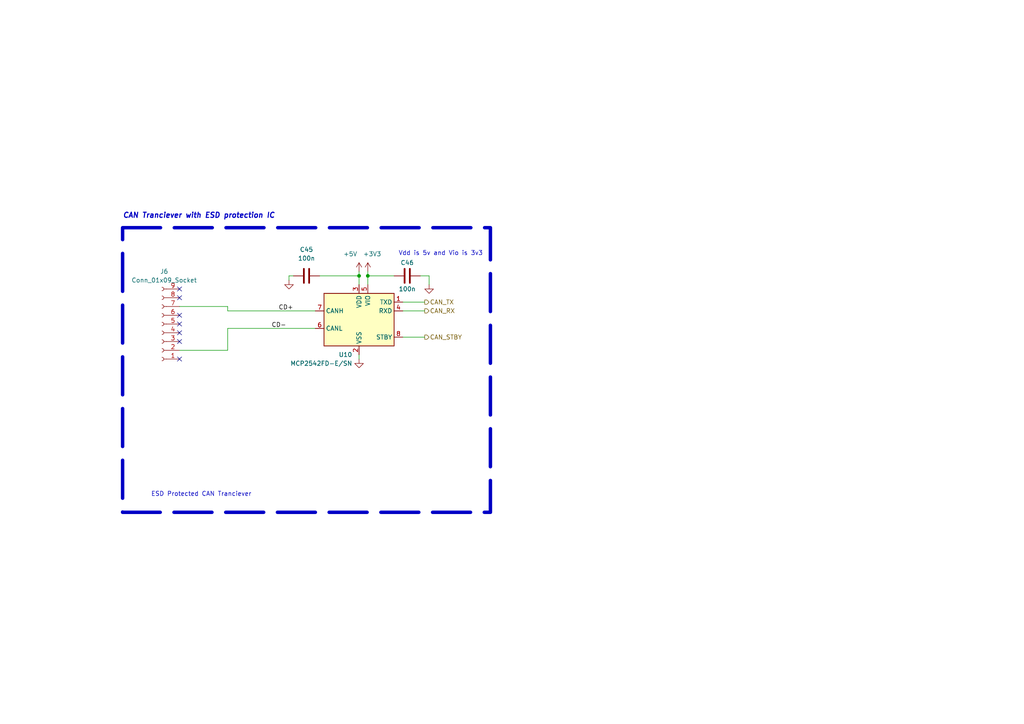
<source format=kicad_sch>
(kicad_sch (version 20231120) (generator "eeschema") (generator_version "8.0")
  (paper "A4")
  (title_block (date "2023-10-06"))
  (lib_symbols
    (symbol "Connector:Conn_01x09_Socket" (pin_names (offset 1.016) hide)
      (property "Reference" "J" (at 0 12.7 0))
      (property "Value" "Conn_01x09_Socket" (at 0 -12.7 0))
      (symbol "Conn_01x09_Socket_1_1"
        (arc (start 0 -9.652) (mid -0.5058 -10.16) (end 0 -10.668) (stroke (width 0.1524)))
        (arc (start 0 -7.112) (mid -0.5058 -7.62) (end 0 -8.128) (stroke (width 0.1524)))
        (arc (start 0 -4.572) (mid -0.5058 -5.08) (end 0 -5.588) (stroke (width 0.1524)))
        (arc (start 0 -2.032) (mid -0.5058 -2.54) (end 0 -3.048) (stroke (width 0.1524)))
        (polyline (pts (xy -1.27 -10.16) (xy -0.508 -10.16)) (stroke (width 0.1524)))
        (polyline (pts (xy -1.27 -7.62) (xy -0.508 -7.62)) (stroke (width 0.1524)))
        (polyline (pts (xy -1.27 -5.08) (xy -0.508 -5.08)) (stroke (width 0.1524)))
        (polyline (pts (xy -1.27 -2.54) (xy -0.508 -2.54)) (stroke (width 0.1524)))
        (polyline (pts (xy -1.27 0) (xy -0.508 0)) (stroke (width 0.1524)))
        (polyline (pts (xy -1.27 2.54) (xy -0.508 2.54)) (stroke (width 0.1524)))
        (polyline (pts (xy -1.27 5.08) (xy -0.508 5.08)) (stroke (width 0.1524)))
        (polyline (pts (xy -1.27 7.62) (xy -0.508 7.62)) (stroke (width 0.1524)))
        (polyline (pts (xy -1.27 10.16) (xy -0.508 10.16)) (stroke (width 0.1524)))
        (arc (start 0 0.508) (mid -0.5058 0) (end 0 -0.508) (stroke (width 0.1524)))
        (arc (start 0 3.048) (mid -0.5058 2.54) (end 0 2.032) (stroke (width 0.1524)))
        (arc (start 0 5.588) (mid -0.5058 5.08) (end 0 4.572) (stroke (width 0.1524)))
        (arc (start 0 8.128) (mid -0.5058 7.62) (end 0 7.112) (stroke (width 0.1524)))
        (arc (start 0 10.668) (mid -0.5058 10.16) (end 0 9.652) (stroke (width 0.1524)))
        (pin passive line (at -5.08 10.16 0) (length 3.81) (name "Pin_1") (number "1"))
        (pin passive line (at -5.08 7.62 0) (length 3.81) (name "Pin_2") (number "2"))
        (pin passive line (at -5.08 5.08 0) (length 3.81) (name "Pin_3") (number "3"))
        (pin passive line (at -5.08 2.54 0) (length 3.81) (name "Pin_4") (number "4"))
        (pin passive line (at -5.08 0 0) (length 3.81) (name "Pin_5") (number "5"))
        (pin passive line (at -5.08 -2.54 0) (length 3.81) (name "Pin_6") (number "6"))
        (pin passive line (at -5.08 -5.08 0) (length 3.81) (name "Pin_7") (number "7"))
        (pin passive line (at -5.08 -7.62 0) (length 3.81) (name "Pin_8") (number "8"))
        (pin passive line (at -5.08 -10.16 0) (length 3.81) (name "Pin_9") (number "9"))
      )
    )
    (symbol "Device:C" (pin_numbers hide) (pin_names (offset 0.254))
      (property "Reference" "C" (at 0.635 2.54 0))
      (property "Value" "C" (at 0.635 -2.54 0))
      (symbol "C_0_1"
        (polyline (pts (xy -2.032 -0.762) (xy 2.032 -0.762)) (stroke (width 0.508)))
        (polyline (pts (xy -2.032 0.762) (xy 2.032 0.762)) (stroke (width 0.508)))
      )
      (symbol "C_1_1"
        (pin passive line (at 0 3.81 270) (length 2.794) (name "~") (number "1"))
        (pin passive line (at 0 -3.81 90) (length 2.794) (name "~") (number "2"))
      )
    )
    (symbol "Interface_CAN_LIN:MCP2542FDxMF"
      (property "Reference" "U" (at -10.16 8.89 0))
      (property "Value" "MCP2542FDxMF" (at 2.54 8.89 0))
      (symbol "MCP2542FDxMF_0_1"
        (rectangle (start -10.16 7.62) (end 10.16 -7.62) (stroke (width 0.254)) (fill (type background)))
      )
      (symbol "MCP2542FDxMF_1_1"
        (pin input line (at -12.7 5.08 0) (length 2.54) (name "TXD") (number "1"))
        (pin power_in line (at 0 -10.16 90) (length 2.54) (name "VSS") (number "2"))
        (pin power_in line (at 0 10.16 270) (length 2.54) (name "VDD") (number "3"))
        (pin output line (at -12.7 2.54 0) (length 2.54) (name "RXD") (number "4"))
        (pin power_in line (at -2.54 10.16 270) (length 2.54) (name "VIO") (number "5"))
        (pin bidirectional line (at 12.7 -2.54 180) (length 2.54) (name "CANL") (number "6"))
        (pin bidirectional line (at 12.7 2.54 180) (length 2.54) (name "CANH") (number "7"))
        (pin input line (at -12.7 -5.08 0) (length 2.54) (name "STBY") (number "8"))
        (pin passive line (at 0 -10.16 90) (length 2.54) hide (name "VSS") (number "9"))
      )
    )
    (symbol "power:+3V3" (power) (pin_names (offset 0))
      (property "Value" "+3V3" (at 0 3.556 0))
      (symbol "+3V3_0_1"
        (polyline (pts (xy -0.762 1.27) (xy 0 2.54)))
        (polyline (pts (xy 0 0) (xy 0 2.54)))
        (polyline (pts (xy 0 2.54) (xy 0.762 1.27)))
      )
      (symbol "+3V3_1_1"
        (pin power_in line (at 0 0 90) (length 0) hide (name "+3V3") (number "1"))
      )
    )
    (symbol "power:+5V" (power) (pin_names (offset 0))
      (property "Value" "+5V" (at 0 3.556 0))
      (symbol "+5V_0_1"
        (polyline (pts (xy -0.762 1.27) (xy 0 2.54)))
        (polyline (pts (xy 0 0) (xy 0 2.54)))
        (polyline (pts (xy 0 2.54) (xy 0.762 1.27)))
      )
      (symbol "+5V_1_1"
        (pin power_in line (at 0 0 90) (length 0) hide (name "+5V") (number "1"))
      )
    )
    (symbol "power:GND" (power) (pin_names (offset 0))
      (property "Value" "GND" (at 0 -3.81 0))
      (symbol "GND_0_1"
        (polyline (pts (xy 0 0) (xy 0 -1.27) (xy 1.27 -1.27) (xy 0 -2.54) (xy -1.27 -1.27) (xy 0 -1.27)))
      )
      (symbol "GND_1_1"
        (pin power_in line (at 0 0 270) (length 0) hide (name "GND") (number "1"))
      )
    )
  )
  (junction (at 104.14 80.01))
  (junction (at 106.68 80.01))
  (no_connect (at 52.07 96.52))
  (no_connect (at 52.07 83.82))
  (no_connect (at 52.07 93.98))
  (no_connect (at 52.07 104.14))
  (no_connect (at 52.07 86.36))
  (no_connect (at 52.07 99.06))
  (no_connect (at 52.07 91.44))
  (wire (pts (xy 52.07 88.9) (xy 66.04 88.9)))
  (wire (pts (xy 66.04 95.25) (xy 66.04 101.6)))
  (wire (pts (xy 116.84 87.63) (xy 123.19 87.63)))
  (wire (pts (xy 116.84 97.79) (xy 123.19 97.79)))
  (wire (pts (xy 124.46 80.01) (xy 121.92 80.01)))
  (wire (pts (xy 66.04 101.6) (xy 52.07 101.6)))
  (wire (pts (xy 124.46 82.55) (xy 124.46 80.01)))
  (wire (pts (xy 66.04 88.9) (xy 66.04 90.17)))
  (wire (pts (xy 83.82 80.01) (xy 83.82 81.28)))
  (wire (pts (xy 106.68 78.74) (xy 106.68 80.01)))
  (wire (pts (xy 85.09 80.01) (xy 83.82 80.01)))
  (wire (pts (xy 104.14 102.87) (xy 104.14 104.14)))
  (wire (pts (xy 66.04 95.25) (xy 91.44 95.25)))
  (wire (pts (xy 92.71 80.01) (xy 104.14 80.01)))
  (wire (pts (xy 116.84 90.17) (xy 123.19 90.17)))
  (wire (pts (xy 104.14 80.01) (xy 104.14 82.55)))
  (wire (pts (xy 106.68 80.01) (xy 106.68 82.55)))
  (wire (pts (xy 66.04 90.17) (xy 91.44 90.17)))
  (wire (pts (xy 106.68 80.01) (xy 114.3 80.01)))
  (wire (pts (xy 104.14 78.74) (xy 104.14 80.01)))
  (rectangle (start 35.56 66.04) (end 142.24 148.59) (stroke (width 1) (type dash)))
  (text "ESD Protected CAN Tranciever\n" (at 43.815 144.145 0) (effects (font (size 1.27 1.27)) (justify left bottom)))
  (text "Vdd is 5v and Vio is 3v3\n" (at 115.57 74.295 0) (effects (font (size 1.27 1.27)) (justify left bottom)))
  (text "CAN Tranciever with ESD protection IC" (at 35.56 63.5 0) (effects (font (size 1.5 1.5) (thickness 0.3) (bold yes) (italic yes)) (justify left bottom)))
  (label "CD+" (at 85.09 90.17 180))
  (label "CD-" (at 78.74 95.25 0))
  (hierarchical_label "CAN_RX" (shape output) (at 123.19 90.17 0))
  (hierarchical_label "CAN_TX" (shape output) (at 123.19 87.63 0))
  (hierarchical_label "CAN_STBY" (shape output) (at 123.19 97.79 0))
  (symbol (lib_id "Device:C") (at 118.11 80.01 270) (unit 1)
    (property "Reference" "C46" (at 118.11 76.2 90))
    (property "Value" "100n" (at 118.11 83.82 90))
    (property "Footprint" "Capacitor_SMD:C_0603_1608Metric" (effects (hide yes)))
    (property "LCSC #" "C57112" (effects (hide yes)))
    (property "JLCPCB Part#(optional)" "C57112" (effects (hide yes)))
    (property "DK #" "490-14603-1-ND" (effects (hide yes)))
    (property "PCBA" "-" (effects (hide yes)))
  )
  (symbol (lib_id "power:GND") (at 83.82 81.28 0) (unit 1)
    (property "Reference" "#PWR080" (effects (hide yes)))
    (property "Value" "GND" (effects (hide yes)))
  )
  (symbol (lib_id "power:GND") (at 104.14 104.14 0) (unit 1)
    (property "Reference" "#PWR082" (effects (hide yes)))
    (property "Value" "GND" (effects (hide yes)))
  )
  (symbol (lib_id "Device:C") (at 88.9 80.01 90) (unit 1)
    (property "Reference" "C45" (at 88.9 72.39 90))
    (property "Value" "100n" (at 88.9 74.93 90))
    (property "Footprint" "Capacitor_SMD:C_0603_1608Metric" (effects (hide yes)))
    (property "LCSC #" "C57112" (effects (hide yes)))
    (property "JLCPCB Part#(optional)" "C57112" (effects (hide yes)))
    (property "DK #" "490-14603-1-ND" (effects (hide yes)))
    (property "PCBA" "-" (effects (hide yes)))
  )
  (symbol (lib_id "power:GND") (at 124.46 82.55 0) (unit 1)
    (property "Reference" "#PWR084" (effects (hide yes)))
    (property "Value" "GND" (effects (hide yes)))
  )
  (symbol (lib_id "power:+3V3") (at 106.68 78.74 0) (unit 1)
    (property "Reference" "#PWR083" (effects (hide yes)))
    (property "Value" "+3V3" (at 107.95 73.66 0))
  )
  (symbol (lib_id "Interface_CAN_LIN:MCP2542FDxMF") (at 104.14 92.71 0) (mirror y) (unit 1)
    (property "Reference" "U10" (at 102.1841 102.87 0) (effects (justify left)))
    (property "Value" "MCP2542FD-E/SN" (at 102.1841 105.41 0) (effects (justify left)))
    (property "Footprint" "Package_SO:SOIC-8-1EP_3.9x4.9mm_P1.27mm_EP2.29x3mm" (effects (hide yes)))
    (property "Datasheet" "http://ww1.microchip.com/downloads/en/DeviceDoc/MCP2542FD-4FD-MCP2542WFD-4WFD-Data-Sheet20005514B.pdf" (effects (hide yes)))
    (property "DK #" "MCP2542FD-E/SN-ND" (effects (hide yes)))
  )
  (symbol (lib_id "Connector:Conn_01x09_Socket") (at 46.99 93.98 180) (unit 1)
    (property "Reference" "J6" (at 47.625 78.74 0))
    (property "Value" "Conn_01x09_Socket" (at 47.625 81.28 0))
    (property "Footprint" "Connector_Dsub:DSUB-9_Female_Horizontal_P2.77x2.84mm_EdgePinOffset7.70mm_Housed_MountingHolesOffset9.12mm" (effects (hide yes)))
  )
  (symbol (lib_id "power:+5V") (at 104.14 78.74 0) (unit 1)
    (property "Reference" "#PWR081" (effects (hide yes)))
    (property "Value" "+5V" (at 101.6 73.66 0))
  )
)
</source>
